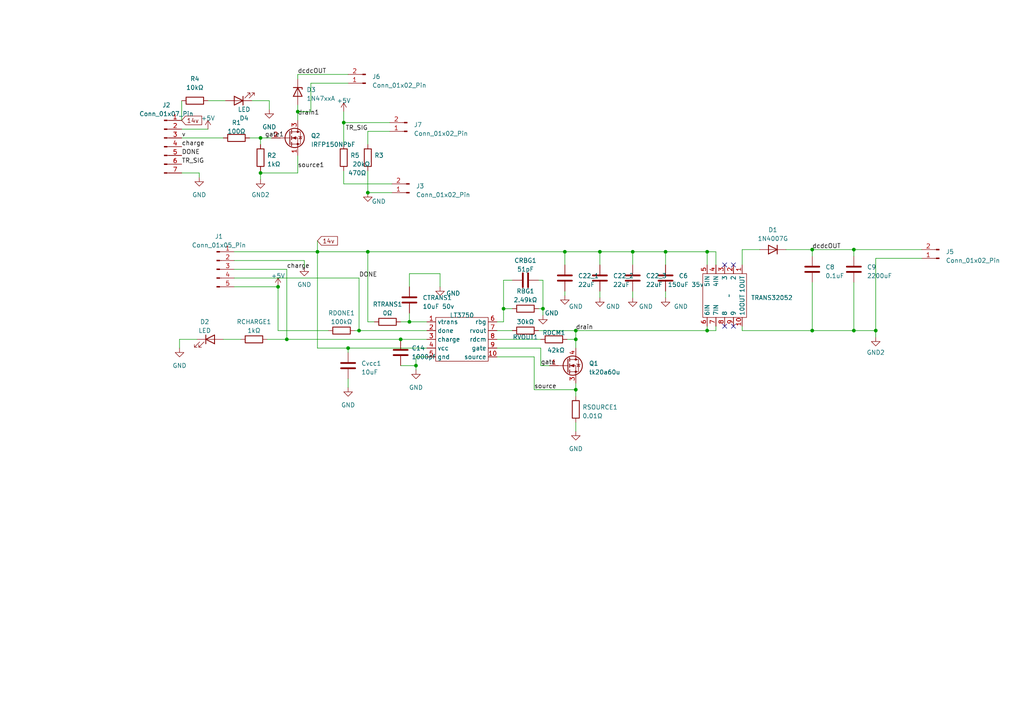
<source format=kicad_sch>
(kicad_sch (version 20230121) (generator eeschema)
  (paper "A4")
  (lib_symbols
    (symbol "2N7000_1" (pin_names hide)
      (property "Reference" "Q1" (at 6.35 0.635 0))
      (property "Value" "tk20a60u" (at 6.35 -1.905 0))
      (symbol "2N7000_1_0_1"
        (polyline (pts (xy 0.254 0) (xy -2.54 0)))
        (polyline (pts (xy 0.254 1.905) (xy 0.254 -1.905)) (stroke (width 0.254)))
        (polyline (pts (xy 0.762 -1.27) (xy 0.762 -2.286)) (stroke (width 0.254)))
        (polyline (pts (xy 0.762 0.508) (xy 0.762 -0.508)) (stroke (width 0.254)))
        (polyline (pts (xy 0.762 2.286) (xy 0.762 1.27)) (stroke (width 0.254)))
        (polyline (pts (xy 2.54 2.54) (xy 2.54 1.778)))
        (polyline (pts (xy 2.54 -2.54) (xy 2.54 0) (xy 0.762 0)))
        (polyline (pts (xy 0.762 -1.778) (xy 3.302 -1.778) (xy 3.302 1.778) (xy 0.762 1.778)))
        (polyline (pts (xy 1.016 0) (xy 2.032 0.381) (xy 2.032 -0.381) (xy 1.016 0)) (fill (type outline)))
        (polyline (pts (xy 2.794 0.508) (xy 2.921 0.381) (xy 3.683 0.381) (xy 3.81 0.254)))
        (polyline (pts (xy 3.302 0.381) (xy 2.921 -0.254) (xy 3.683 -0.254) (xy 3.302 0.381)))
        (circle (center 1.651 0) (radius 2.794) (stroke (width 0.254)))
        (circle (center 2.54 -1.778) (radius 0.254) (fill (type outline)))
        (circle (center 2.54 1.778) (radius 0.254) (fill (type outline)))
      )
      (symbol "2N7000_1_1_1"
        (pin input line (at -5.08 0 0) (length 2.54) (name "G") (number "1"))
        (pin passive line (at 2.54 -5.08 90) (length 2.54) (name "S") (number "3"))
        (pin passive line (at 2.54 5.08 270) (length 2.54) (name "D") (number "4"))
      )
    )
    (symbol "Connector:Conn_01x02_Pin" (pin_names (offset 1.016) hide)
      (property "Reference" "J" (at 0 2.54 0))
      (property "Value" "Conn_01x02_Pin" (at 0 -5.08 0))
      (symbol "Conn_01x02_Pin_1_1"
        (polyline (pts (xy 1.27 -2.54) (xy 0.8636 -2.54)) (stroke (width 0.1524)))
        (polyline (pts (xy 1.27 0) (xy 0.8636 0)) (stroke (width 0.1524)))
        (rectangle (start 0.8636 -2.413) (end 0 -2.667) (stroke (width 0.1524)) (fill (type outline)))
        (rectangle (start 0.8636 0.127) (end 0 -0.127) (stroke (width 0.1524)) (fill (type outline)))
        (pin passive line (at 5.08 0 180) (length 3.81) (name "Pin_1") (number "1"))
        (pin passive line (at 5.08 -2.54 180) (length 3.81) (name "Pin_2") (number "2"))
      )
    )
    (symbol "Connector:Conn_01x05_Pin" (pin_names (offset 1.016) hide)
      (property "Reference" "J" (at 0 7.62 0))
      (property "Value" "Conn_01x05_Pin" (at 0 -7.62 0))
      (symbol "Conn_01x05_Pin_1_1"
        (polyline (pts (xy 1.27 -5.08) (xy 0.8636 -5.08)) (stroke (width 0.1524)))
        (polyline (pts (xy 1.27 -2.54) (xy 0.8636 -2.54)) (stroke (width 0.1524)))
        (polyline (pts (xy 1.27 0) (xy 0.8636 0)) (stroke (width 0.1524)))
        (polyline (pts (xy 1.27 2.54) (xy 0.8636 2.54)) (stroke (width 0.1524)))
        (polyline (pts (xy 1.27 5.08) (xy 0.8636 5.08)) (stroke (width 0.1524)))
        (rectangle (start 0.8636 -4.953) (end 0 -5.207) (stroke (width 0.1524)) (fill (type outline)))
        (rectangle (start 0.8636 -2.413) (end 0 -2.667) (stroke (width 0.1524)) (fill (type outline)))
        (rectangle (start 0.8636 0.127) (end 0 -0.127) (stroke (width 0.1524)) (fill (type outline)))
        (rectangle (start 0.8636 2.667) (end 0 2.413) (stroke (width 0.1524)) (fill (type outline)))
        (rectangle (start 0.8636 5.207) (end 0 4.953) (stroke (width 0.1524)) (fill (type outline)))
        (pin passive line (at 5.08 5.08 180) (length 3.81) (name "Pin_1") (number "1"))
        (pin passive line (at 5.08 2.54 180) (length 3.81) (name "Pin_2") (number "2"))
        (pin passive line (at 5.08 0 180) (length 3.81) (name "Pin_3") (number "3"))
        (pin passive line (at 5.08 -2.54 180) (length 3.81) (name "Pin_4") (number "4"))
        (pin passive line (at 5.08 -5.08 180) (length 3.81) (name "Pin_5") (number "5"))
      )
    )
    (symbol "Connector:Conn_01x07_Pin" (pin_names (offset 1.016) hide)
      (property "Reference" "J" (at 0 10.16 0))
      (property "Value" "Conn_01x07_Pin" (at 0 -10.16 0))
      (symbol "Conn_01x07_Pin_1_1"
        (polyline (pts (xy 1.27 -7.62) (xy 0.8636 -7.62)) (stroke (width 0.1524)))
        (polyline (pts (xy 1.27 -5.08) (xy 0.8636 -5.08)) (stroke (width 0.1524)))
        (polyline (pts (xy 1.27 -2.54) (xy 0.8636 -2.54)) (stroke (width 0.1524)))
        (polyline (pts (xy 1.27 0) (xy 0.8636 0)) (stroke (width 0.1524)))
        (polyline (pts (xy 1.27 2.54) (xy 0.8636 2.54)) (stroke (width 0.1524)))
        (polyline (pts (xy 1.27 5.08) (xy 0.8636 5.08)) (stroke (width 0.1524)))
        (polyline (pts (xy 1.27 7.62) (xy 0.8636 7.62)) (stroke (width 0.1524)))
        (rectangle (start 0.8636 -7.493) (end 0 -7.747) (stroke (width 0.1524)) (fill (type outline)))
        (rectangle (start 0.8636 -4.953) (end 0 -5.207) (stroke (width 0.1524)) (fill (type outline)))
        (rectangle (start 0.8636 -2.413) (end 0 -2.667) (stroke (width 0.1524)) (fill (type outline)))
        (rectangle (start 0.8636 0.127) (end 0 -0.127) (stroke (width 0.1524)) (fill (type outline)))
        (rectangle (start 0.8636 2.667) (end 0 2.413) (stroke (width 0.1524)) (fill (type outline)))
        (rectangle (start 0.8636 5.207) (end 0 4.953) (stroke (width 0.1524)) (fill (type outline)))
        (rectangle (start 0.8636 7.747) (end 0 7.493) (stroke (width 0.1524)) (fill (type outline)))
        (pin passive line (at 5.08 7.62 180) (length 3.81) (name "Pin_1") (number "1"))
        (pin passive line (at 5.08 5.08 180) (length 3.81) (name "Pin_2") (number "2"))
        (pin passive line (at 5.08 2.54 180) (length 3.81) (name "Pin_3") (number "3"))
        (pin passive line (at 5.08 0 180) (length 3.81) (name "Pin_4") (number "4"))
        (pin passive line (at 5.08 -2.54 180) (length 3.81) (name "Pin_5") (number "5"))
        (pin passive line (at 5.08 -5.08 180) (length 3.81) (name "Pin_6") (number "6"))
        (pin passive line (at 5.08 -7.62 180) (length 3.81) (name "Pin_7") (number "7"))
      )
    )
    (symbol "DCDC:32052"
      (property "Reference" "U" (at 0 0 0))
      (symbol "32052_0_1"
        (rectangle (start -6.35 7.62) (end 6.35 -5.08))
      )
      (symbol "32052_1_1"
        (pin input line (at 8.89 -3.81 180) (length 2.54) (name "1OUT") (number "1"))
        (pin input line (at -8.89 -3.81 0) (length 2.54) (name "10OUT") (number "10"))
        (pin input line (at 8.89 -1.27 180) (length 2.54) (name "2") (number "2"))
        (pin input line (at 8.89 1.27 180) (length 2.54) (name "3") (number "3"))
        (pin input line (at 8.89 3.81 180) (length 2.54) (name "4IN") (number "4"))
        (pin input line (at 8.89 6.35 180) (length 2.54) (name "5IN") (number "5"))
        (pin input line (at -8.89 6.35 0) (length 2.54) (name "6IN") (number "6"))
        (pin input line (at -8.89 3.81 0) (length 2.54) (name "7IN") (number "7"))
        (pin input line (at -8.89 1.27 0) (length 2.54) (name "8") (number "8"))
        (pin input line (at -8.89 -1.27 0) (length 2.54) (name "9") (number "9"))
      )
    )
    (symbol "Device:C" (pin_numbers hide) (pin_names (offset 0.254))
      (property "Reference" "C" (at 0.635 2.54 0))
      (property "Value" "C" (at 0.635 -2.54 0))
      (symbol "C_0_1"
        (polyline (pts (xy -2.032 -0.762) (xy 2.032 -0.762)) (stroke (width 0.508)))
        (polyline (pts (xy -2.032 0.762) (xy 2.032 0.762)) (stroke (width 0.508)))
      )
      (symbol "C_1_1"
        (pin passive line (at 0 3.81 270) (length 2.794) (name "~") (number "1"))
        (pin passive line (at 0 -3.81 90) (length 2.794) (name "~") (number "2"))
      )
    )
    (symbol "Device:LED" (pin_numbers hide) (pin_names (offset 1.016) hide)
      (property "Reference" "D" (at 0 2.54 0))
      (property "Value" "LED" (at 0 -2.54 0))
      (symbol "LED_0_1"
        (polyline (pts (xy -1.27 -1.27) (xy -1.27 1.27)) (stroke (width 0.254)))
        (polyline (pts (xy -1.27 0) (xy 1.27 0)))
        (polyline (pts (xy 1.27 -1.27) (xy 1.27 1.27) (xy -1.27 0) (xy 1.27 -1.27)) (stroke (width 0.254)))
        (polyline (pts (xy -3.048 -0.762) (xy -4.572 -2.286) (xy -3.81 -2.286) (xy -4.572 -2.286) (xy -4.572 -1.524)))
        (polyline (pts (xy -1.778 -0.762) (xy -3.302 -2.286) (xy -2.54 -2.286) (xy -3.302 -2.286) (xy -3.302 -1.524)))
      )
      (symbol "LED_1_1"
        (pin passive line (at -3.81 0 0) (length 2.54) (name "K") (number "1"))
        (pin passive line (at 3.81 0 180) (length 2.54) (name "A") (number "2"))
      )
    )
    (symbol "Device:R" (pin_numbers hide) (pin_names (offset 0))
      (property "Reference" "R" (at 2.032 0 90))
      (property "Value" "R" (at 0 0 90))
      (symbol "R_0_1"
        (rectangle (start -1.016 -2.54) (end 1.016 2.54) (stroke (width 0.254)))
      )
      (symbol "R_1_1"
        (pin passive line (at 0 3.81 270) (length 1.27) (name "~") (number "1"))
        (pin passive line (at 0 -3.81 90) (length 1.27) (name "~") (number "2"))
      )
    )
    (symbol "Diode:1N47xxA" (pin_numbers hide) (pin_names hide)
      (property "Reference" "D" (at 0 2.54 0))
      (property "Value" "1N47xxA" (at 0 -2.54 0))
      (symbol "1N47xxA_0_1"
        (polyline (pts (xy 1.27 0) (xy -1.27 0)))
        (polyline (pts (xy -1.27 -1.27) (xy -1.27 1.27) (xy -0.762 1.27)) (stroke (width 0.254)))
        (polyline (pts (xy 1.27 -1.27) (xy 1.27 1.27) (xy -1.27 0) (xy 1.27 -1.27)) (stroke (width 0.254)))
      )
      (symbol "1N47xxA_1_1"
        (pin passive line (at -3.81 0 0) (length 2.54) (name "K") (number "1"))
        (pin passive line (at 3.81 0 180) (length 2.54) (name "A") (number "2"))
      )
    )
    (symbol "Diode:1N914" (pin_numbers hide) (pin_names hide)
      (property "Reference" "D" (at 0 2.54 0))
      (property "Value" "1N914" (at 0 -2.54 0))
      (symbol "1N914_0_1"
        (polyline (pts (xy -1.27 1.27) (xy -1.27 -1.27)) (stroke (width 0.254)))
        (polyline (pts (xy 1.27 0) (xy -1.27 0)))
        (polyline (pts (xy 1.27 1.27) (xy 1.27 -1.27) (xy -1.27 0) (xy 1.27 1.27)) (stroke (width 0.254)))
      )
      (symbol "1N914_1_1"
        (pin passive line (at -3.81 0 0) (length 2.54) (name "K") (number "1"))
        (pin passive line (at 3.81 0 180) (length 2.54) (name "A") (number "2"))
      )
    )
    (symbol "LT3750:LT3750"
      (property "Reference" "LT3750" (at 0 3.175 0))
      (symbol "LT3750_0_1"
        (rectangle (start -7.62 2.54) (end 7.62 -10.16))
      )
      (symbol "LT3750_1_1"
        (pin input line (at -10.16 1.27 0) (length 2.54) (name "vtrans") (number "1"))
        (pin input line (at 10.16 -8.89 180) (length 2.54) (name "source") (number "10"))
        (pin input line (at -10.16 -1.27 0) (length 2.54) (name "done") (number "2"))
        (pin input line (at -10.16 -3.81 0) (length 2.54) (name "charge") (number "3"))
        (pin input line (at -10.16 -6.35 0) (length 2.54) (name "vcc") (number "4"))
        (pin input line (at -10.16 -8.89 0) (length 2.54) (name "gnd") (number "5"))
        (pin input line (at 10.16 1.27 180) (length 2.54) (name "rbg") (number "6"))
        (pin input line (at 10.16 -1.27 180) (length 2.54) (name "rvout") (number "7"))
        (pin input line (at 10.16 -3.81 180) (length 2.54) (name "rdcm") (number "8"))
        (pin input line (at 10.16 -6.35 180) (length 2.54) (name "gate") (number "9"))
      )
    )
    (symbol "Transistor_FET:2N7000" (pin_names hide)
      (property "Reference" "Q" (at 5.08 1.905 0))
      (property "Value" "2N7000" (at 5.08 0 0))
      (symbol "2N7000_0_1"
        (polyline (pts (xy 0.254 0) (xy -2.54 0)))
        (polyline (pts (xy 0.254 1.905) (xy 0.254 -1.905)) (stroke (width 0.254)))
        (polyline (pts (xy 0.762 -1.27) (xy 0.762 -2.286)) (stroke (width 0.254)))
        (polyline (pts (xy 0.762 0.508) (xy 0.762 -0.508)) (stroke (width 0.254)))
        (polyline (pts (xy 0.762 2.286) (xy 0.762 1.27)) (stroke (width 0.254)))
        (polyline (pts (xy 2.54 2.54) (xy 2.54 1.778)))
        (polyline (pts (xy 2.54 -2.54) (xy 2.54 0) (xy 0.762 0)))
        (polyline (pts (xy 0.762 -1.778) (xy 3.302 -1.778) (xy 3.302 1.778) (xy 0.762 1.778)))
        (polyline (pts (xy 1.016 0) (xy 2.032 0.381) (xy 2.032 -0.381) (xy 1.016 0)) (fill (type outline)))
        (polyline (pts (xy 2.794 0.508) (xy 2.921 0.381) (xy 3.683 0.381) (xy 3.81 0.254)))
        (polyline (pts (xy 3.302 0.381) (xy 2.921 -0.254) (xy 3.683 -0.254) (xy 3.302 0.381)))
        (circle (center 1.651 0) (radius 2.794) (stroke (width 0.254)))
        (circle (center 2.54 -1.778) (radius 0.254) (fill (type outline)))
        (circle (center 2.54 1.778) (radius 0.254) (fill (type outline)))
      )
      (symbol "2N7000_1_1"
        (pin passive line (at 2.54 -5.08 90) (length 2.54) (name "S") (number "1"))
        (pin input line (at -5.08 0 0) (length 2.54) (name "G") (number "2"))
        (pin passive line (at 2.54 5.08 270) (length 2.54) (name "D") (number "3"))
      )
    )
    (symbol "power:+5V" (power) (pin_names (offset 0))
      (property "Value" "+5V" (at 0 3.556 0))
      (symbol "+5V_0_1"
        (polyline (pts (xy -0.762 1.27) (xy 0 2.54)))
        (polyline (pts (xy 0 0) (xy 0 2.54)))
        (polyline (pts (xy 0 2.54) (xy 0.762 1.27)))
      )
      (symbol "+5V_1_1"
        (pin power_in line (at 0 0 90) (length 0) hide (name "+5V") (number "1"))
      )
    )
    (symbol "power:GND" (power) (pin_names (offset 0))
      (property "Value" "GND" (at 0 -3.81 0))
      (symbol "GND_0_1"
        (polyline (pts (xy 0 0) (xy 0 -1.27) (xy 1.27 -1.27) (xy 0 -2.54) (xy -1.27 -1.27) (xy 0 -1.27)))
      )
      (symbol "GND_1_1"
        (pin power_in line (at 0 0 270) (length 0) hide (name "GND") (number "1"))
      )
    )
    (symbol "power:GND2" (power) (pin_names (offset 0))
      (property "Value" "GND2" (at 0 -3.81 0))
      (symbol "GND2_0_1"
        (polyline (pts (xy 0 0) (xy 0 -1.27) (xy 1.27 -1.27) (xy 0 -2.54) (xy -1.27 -1.27) (xy 0 -1.27)))
      )
      (symbol "GND2_1_1"
        (pin power_in line (at 0 0 270) (length 0) hide (name "GND2") (number "1"))
      )
    )
  )
  (junction (at 205.105 95.885))
  (junction (at 163.83 73.025))
  (junction (at 104.14 95.885))
  (junction (at 247.65 95.885))
  (junction (at 247.65 72.39))
  (junction (at 183.515 73.025))
  (junction (at 235.585 72.39))
  (junction (at 106.68 55.88))
  (junction (at 92.075 73.025))
  (junction (at 205.105 73.025))
  (junction (at 106.68 73.025))
  (junction (at 235.585 95.885))
  (junction (at 167.005 98.425))
  (junction (at 120.65 106.045))
  (junction (at 193.04 73.025))
  (junction (at 75.565 40.005))
  (junction (at 116.205 98.425))
  (junction (at 146.05 89.535))
  (junction (at 157.48 89.535))
  (junction (at 83.185 98.425))
  (junction (at 173.99 73.025))
  (junction (at 86.36 32.385))
  (junction (at 118.745 93.345))
  (junction (at 167.005 95.885))
  (junction (at 99.695 35.56))
  (junction (at 100.965 100.965))
  (junction (at 80.645 83.185))
  (junction (at 75.565 50.165))
  (junction (at 254 95.885))
  (junction (at 167.005 113.03))
  (no_connect (at 210.185 94.615))
  (no_connect (at 212.725 94.615))
  (no_connect (at 210.185 76.835))
  (no_connect (at 212.725 76.835))
  (wire (pts (xy 127.635 79.375) (xy 127.635 83.185)))
  (wire (pts (xy 57.785 50.165) (xy 57.785 51.435)))
  (wire (pts (xy 99.695 49.53) (xy 99.695 53.34)))
  (wire (pts (xy 183.515 84.455) (xy 183.515 86.36)))
  (wire (pts (xy 65.405 29.21) (xy 60.325 29.21)))
  (wire (pts (xy 106.68 93.345) (xy 106.68 73.025)))
  (wire (pts (xy 207.645 95.885) (xy 207.645 94.615)))
  (wire (pts (xy 72.39 40.005) (xy 75.565 40.005)))
  (wire (pts (xy 75.565 49.53) (xy 75.565 50.165)))
  (wire (pts (xy 167.005 98.425) (xy 167.005 100.965)))
  (wire (pts (xy 183.515 73.025) (xy 193.04 73.025)))
  (wire (pts (xy 104.14 95.885) (xy 104.14 80.645)))
  (wire (pts (xy 86.36 30.48) (xy 86.36 32.385)))
  (wire (pts (xy 154.94 113.03) (xy 167.005 113.03)))
  (wire (pts (xy 80.645 83.185) (xy 67.945 83.185)))
  (wire (pts (xy 80.645 95.885) (xy 80.645 83.185)))
  (wire (pts (xy 95.25 95.885) (xy 80.645 95.885)))
  (wire (pts (xy 254 95.885) (xy 254 97.79)))
  (wire (pts (xy 235.585 72.39) (xy 235.585 74.295)))
  (wire (pts (xy 167.005 98.425) (xy 167.005 95.885)))
  (wire (pts (xy 99.695 35.56) (xy 113.03 35.56)))
  (wire (pts (xy 235.585 72.39) (xy 247.65 72.39)))
  (wire (pts (xy 205.105 73.025) (xy 207.645 73.025)))
  (wire (pts (xy 86.36 32.385) (xy 86.36 34.925)))
  (wire (pts (xy 106.68 55.88) (xy 113.665 55.88)))
  (wire (pts (xy 100.965 100.965) (xy 123.825 100.965)))
  (wire (pts (xy 157.48 89.535) (xy 157.48 91.44)))
  (wire (pts (xy 156.21 89.535) (xy 157.48 89.535)))
  (wire (pts (xy 116.205 93.345) (xy 118.745 93.345)))
  (wire (pts (xy 67.945 78.105) (xy 83.185 78.105)))
  (wire (pts (xy 52.705 50.165) (xy 57.785 50.165)))
  (wire (pts (xy 99.695 35.56) (xy 99.695 41.91)))
  (wire (pts (xy 83.185 98.425) (xy 116.205 98.425)))
  (wire (pts (xy 144.145 95.885) (xy 148.59 95.885)))
  (wire (pts (xy 86.36 50.165) (xy 75.565 50.165)))
  (wire (pts (xy 102.87 95.885) (xy 104.14 95.885)))
  (wire (pts (xy 100.965 24.13) (xy 90.17 24.13)))
  (wire (pts (xy 205.105 95.885) (xy 205.105 94.615)))
  (wire (pts (xy 157.48 89.535) (xy 157.48 81.28)))
  (wire (pts (xy 173.99 73.025) (xy 183.515 73.025)))
  (wire (pts (xy 173.99 73.025) (xy 173.99 76.835)))
  (wire (pts (xy 167.005 95.885) (xy 205.105 95.885)))
  (wire (pts (xy 116.205 106.045) (xy 120.65 106.045)))
  (wire (pts (xy 146.05 89.535) (xy 148.59 89.535)))
  (wire (pts (xy 106.68 38.1) (xy 106.68 41.91)))
  (wire (pts (xy 92.075 73.025) (xy 106.68 73.025)))
  (wire (pts (xy 77.47 98.425) (xy 83.185 98.425)))
  (wire (pts (xy 86.36 45.085) (xy 86.36 50.165)))
  (wire (pts (xy 146.05 93.345) (xy 146.05 89.535)))
  (wire (pts (xy 113.03 38.1) (xy 106.68 38.1)))
  (wire (pts (xy 247.65 72.39) (xy 267.335 72.39)))
  (wire (pts (xy 86.36 22.86) (xy 86.36 21.59)))
  (wire (pts (xy 164.465 98.425) (xy 167.005 98.425)))
  (wire (pts (xy 100.965 100.965) (xy 100.965 102.235)))
  (wire (pts (xy 254 95.885) (xy 247.65 95.885)))
  (wire (pts (xy 67.945 75.565) (xy 88.265 75.565)))
  (wire (pts (xy 215.265 72.39) (xy 220.345 72.39)))
  (wire (pts (xy 254 74.93) (xy 267.335 74.93)))
  (wire (pts (xy 157.48 81.28) (xy 156.21 81.28)))
  (wire (pts (xy 215.265 76.835) (xy 215.265 72.39)))
  (wire (pts (xy 92.075 100.965) (xy 100.965 100.965)))
  (wire (pts (xy 146.05 81.28) (xy 148.59 81.28)))
  (wire (pts (xy 163.83 73.025) (xy 163.83 76.835)))
  (wire (pts (xy 52.07 100.965) (xy 52.07 98.425)))
  (wire (pts (xy 90.17 32.385) (xy 86.36 32.385)))
  (wire (pts (xy 235.585 81.915) (xy 235.585 95.885)))
  (wire (pts (xy 173.99 84.455) (xy 173.99 86.36)))
  (wire (pts (xy 99.695 53.34) (xy 113.665 53.34)))
  (wire (pts (xy 90.17 24.13) (xy 90.17 32.385)))
  (wire (pts (xy 104.14 95.885) (xy 123.825 95.885)))
  (wire (pts (xy 207.645 73.025) (xy 207.645 76.835)))
  (wire (pts (xy 106.68 49.53) (xy 106.68 55.88)))
  (wire (pts (xy 92.075 69.85) (xy 92.075 73.025)))
  (wire (pts (xy 235.585 95.885) (xy 247.65 95.885)))
  (wire (pts (xy 120.65 107.315) (xy 120.65 106.045)))
  (wire (pts (xy 120.65 106.045) (xy 120.65 103.505)))
  (wire (pts (xy 205.105 95.885) (xy 207.645 95.885)))
  (wire (pts (xy 92.075 100.965) (xy 92.075 73.025)))
  (wire (pts (xy 67.945 73.025) (xy 92.075 73.025)))
  (wire (pts (xy 75.565 50.165) (xy 75.565 52.07)))
  (wire (pts (xy 86.36 21.59) (xy 100.965 21.59)))
  (wire (pts (xy 144.145 93.345) (xy 146.05 93.345)))
  (wire (pts (xy 154.94 103.505) (xy 154.94 113.03)))
  (wire (pts (xy 156.21 95.885) (xy 167.005 95.885)))
  (wire (pts (xy 193.04 73.025) (xy 205.105 73.025)))
  (wire (pts (xy 118.745 93.345) (xy 123.825 93.345)))
  (wire (pts (xy 52.705 29.21) (xy 52.705 34.925)))
  (wire (pts (xy 146.05 89.535) (xy 146.05 81.28)))
  (wire (pts (xy 116.205 98.425) (xy 123.825 98.425)))
  (wire (pts (xy 156.845 106.045) (xy 159.385 106.045)))
  (wire (pts (xy 104.14 80.645) (xy 67.945 80.645)))
  (wire (pts (xy 163.83 73.025) (xy 173.99 73.025)))
  (wire (pts (xy 118.745 79.375) (xy 127.635 79.375)))
  (wire (pts (xy 88.265 75.565) (xy 88.265 77.47)))
  (wire (pts (xy 52.705 37.465) (xy 60.325 37.465)))
  (wire (pts (xy 108.585 93.345) (xy 106.68 93.345)))
  (wire (pts (xy 193.04 84.455) (xy 193.04 86.36)))
  (wire (pts (xy 75.565 40.005) (xy 78.74 40.005)))
  (wire (pts (xy 78.105 31.75) (xy 78.105 29.21)))
  (wire (pts (xy 144.145 98.425) (xy 156.845 98.425)))
  (wire (pts (xy 254 74.93) (xy 254 95.885)))
  (wire (pts (xy 167.005 113.03) (xy 167.005 114.935)))
  (wire (pts (xy 144.145 100.965) (xy 156.845 100.965)))
  (wire (pts (xy 215.265 95.885) (xy 235.585 95.885)))
  (wire (pts (xy 163.83 84.455) (xy 163.83 85.725)))
  (wire (pts (xy 118.745 83.185) (xy 118.745 79.375)))
  (wire (pts (xy 205.105 73.025) (xy 205.105 76.835)))
  (wire (pts (xy 227.965 72.39) (xy 235.585 72.39)))
  (wire (pts (xy 106.68 73.025) (xy 163.83 73.025)))
  (wire (pts (xy 183.515 73.025) (xy 183.515 76.835)))
  (wire (pts (xy 118.745 90.805) (xy 118.745 93.345)))
  (wire (pts (xy 120.65 103.505) (xy 123.825 103.505)))
  (wire (pts (xy 52.07 98.425) (xy 57.15 98.425)))
  (wire (pts (xy 100.965 109.855) (xy 100.965 112.395)))
  (wire (pts (xy 64.77 98.425) (xy 69.85 98.425)))
  (wire (pts (xy 247.65 72.39) (xy 247.65 74.295)))
  (wire (pts (xy 215.265 94.615) (xy 215.265 95.885)))
  (wire (pts (xy 75.565 40.005) (xy 75.565 41.91)))
  (wire (pts (xy 167.005 122.555) (xy 167.005 125.095)))
  (wire (pts (xy 83.185 78.105) (xy 83.185 98.425)))
  (wire (pts (xy 144.145 103.505) (xy 154.94 103.505)))
  (wire (pts (xy 156.845 100.965) (xy 156.845 106.045)))
  (wire (pts (xy 99.695 35.56) (xy 99.695 32.385)))
  (wire (pts (xy 52.705 40.005) (xy 64.77 40.005)))
  (wire (pts (xy 167.005 111.125) (xy 167.005 113.03)))
  (wire (pts (xy 193.04 73.025) (xy 193.04 76.835)))
  (wire (pts (xy 247.65 81.915) (xy 247.65 95.885)))
  (wire (pts (xy 78.105 29.21) (xy 73.025 29.21)))
  (label "TR_SIG" (at 52.705 47.625 0))
  (label "charge" (at 83.185 78.105 0))
  (label "dcdcOUT" (at 235.585 72.39 0))
  (label "DONE" (at 52.705 45.085 0))
  (label "source1" (at 86.36 48.895 0))
  (label "v" (at 52.705 40.005 0))
  (label "source" (at 154.94 113.03 0))
  (label "drain1" (at 86.36 33.655 0))
  (label "gate1" (at 76.835 40.005 0))
  (label "dcdcOUT" (at 86.36 21.59 0))
  (label "TR_SIG" (at 106.68 38.1 180))
  (label "charge" (at 52.705 42.545 0))
  (label "DONE" (at 104.14 80.645 0))
  (label "drain" (at 167.005 95.885 0))
  (label "gate" (at 156.845 106.045 0))
  (global_label "14v" (shape input) (at 52.705 34.925 0) (property "Intersheetrefs" "${INTERSHEET_REFS}" (effects hide)))
  (global_label "14v" (shape input) (at 92.075 69.85 0) (property "Intersheetrefs" "${INTERSHEET_REFS}" (effects hide)))
  (symbol (lib_id "Diode:1N914") (at 224.155 72.39 180) (unit 1)
    (property "Reference" "D1" (at 224.155 66.675 0))
    (property "Value" "1N4007G" (at 224.155 69.215 0))
    (property "Footprint" "Package_TO_SOT_SMD:TO-252-2" (effects hide))
    (property "Datasheet" "http://www.vishay.com/docs/85622/1n914.pdf" (effects hide))
    (property "Sim.Device" "D" (effects hide))
    (property "Sim.Pins" "1=K 2=A" (effects hide))
  )
  (symbol (lib_id "power:+5V") (at 80.645 83.185 0) (unit 1)
    (property "Reference" "#PWR017" (effects hide))
    (property "Value" "+5V" (at 80.645 80.01 0))
  )
  (symbol (lib_id "power:+5V") (at 99.695 32.385 0) (unit 1)
    (property "Reference" "#PWR016" (effects hide))
    (property "Value" "+5V" (at 99.695 29.21 0))
  )
  (symbol (lib_id "Connector:Conn_01x02_Pin") (at 118.745 55.88 180) (unit 1)
    (property "Reference" "J3" (at 120.65 53.975 0) (effects (justify right)))
    (property "Value" "Conn_01x02_Pin" (at 120.65 56.515 0) (effects (justify right)))
    (property "Footprint" "Connector_JST:JST_XH_S2B-XH-A-1_1x02_P2.50mm_Horizontal" (effects hide))
  )
  (symbol (lib_id "Device:R") (at 56.515 29.21 90) (unit 1)
    (property "Reference" "R4" (at 56.515 22.86 90))
    (property "Value" "10kΩ" (at 56.515 25.4 90))
    (property "Footprint" "digikey-footprints:0603" (effects hide))
  )
  (symbol (lib_id "power:GND") (at 120.65 107.315 0) (unit 1)
    (property "Reference" "#PWR09" (effects hide))
    (property "Value" "GND" (at 120.65 112.395 0))
  )
  (symbol (lib_id "power:GND") (at 193.04 86.36 0) (unit 1)
    (property "Reference" "#PWR04" (effects hide))
    (property "Value" "GND" (at 197.485 88.9 0))
  )
  (symbol (lib_id "power:GND") (at 183.515 86.36 0) (unit 1)
    (property "Reference" "#PWR03" (effects hide))
    (property "Value" "GND" (at 187.325 88.9 0))
  )
  (symbol (lib_id "Connector:Conn_01x07_Pin") (at 47.625 42.545 0) (unit 1)
    (property "Reference" "J2" (at 48.26 30.48 0))
    (property "Value" "Conn_01x07_Pin" (at 48.26 33.02 0))
  )
  (symbol (lib_id "Device:LED") (at 69.215 29.21 180) (unit 1)
    (property "Reference" "D4" (at 70.8025 34.29 0))
    (property "Value" "LED" (at 70.8025 31.75 0))
    (property "Footprint" "digikey-footprints:LED_0603" (effects hide))
  )
  (symbol (lib_id "Device:R") (at 152.4 89.535 90) (unit 1)
    (property "Reference" "RBG1" (at 152.4 84.455 90))
    (property "Value" "2.49kΩ" (at 152.4 86.995 90))
    (property "Footprint" "Resistor_SMD:R_0201_0603Metric" (effects hide))
  )
  (symbol (lib_id "power:GND") (at 57.785 51.435 0) (unit 1)
    (property "Reference" "#PWR015" (effects hide))
    (property "Value" "GND" (at 57.785 56.515 0))
  )
  (symbol (lib_id "power:GND") (at 78.105 31.75 0) (unit 1)
    (property "Reference" "#PWR018" (effects hide))
    (property "Value" "GND" (at 78.105 36.83 0))
  )
  (symbol (lib_id "Device:R") (at 99.06 95.885 90) (unit 1)
    (property "Reference" "RDONE1" (at 99.06 90.805 90))
    (property "Value" "100kΩ" (at 99.06 93.345 90))
    (property "Footprint" "Resistor_SMD:R_0603_1608Metric" (effects hide))
  )
  (symbol (lib_id "Device:C") (at 152.4 81.28 90) (unit 1)
    (property "Reference" "CRBG1" (at 152.4 75.565 90))
    (property "Value" "51pF" (at 152.4 78.105 90))
    (property "Footprint" "Inductor_SMD:L_0603_1608Metric" (effects hide))
  )
  (symbol (lib_id "Device:C") (at 183.515 80.645 0) (unit 1)
    (property "Reference" "C22_3" (at 187.325 80.01 0) (effects (justify left)))
    (property "Value" "22uF" (at 187.325 82.55 0) (effects (justify left)))
    (property "Footprint" "Inductor_SMD:L_0805_2012Metric" (effects hide))
  )
  (symbol (lib_id "Device:R") (at 75.565 45.72 180) (unit 1)
    (property "Reference" "R2" (at 77.47 45.085 0) (effects (justify right)))
    (property "Value" "1kΩ" (at 77.47 47.625 0) (effects (justify right)))
    (property "Footprint" "digikey-footprints:0603" (effects hide))
  )
  (symbol (lib_id "Device:LED") (at 60.96 98.425 0) (unit 1)
    (property "Reference" "D2" (at 59.3725 93.345 0))
    (property "Value" "LED" (at 59.3725 95.885 0))
    (property "Footprint" "digikey-footprints:LED_0603" (effects hide))
  )
  (symbol (lib_id "Connector:Conn_01x05_Pin") (at 62.865 78.105 0) (unit 1)
    (property "Reference" "J1" (at 63.5 68.58 0))
    (property "Value" "Conn_01x05_Pin" (at 63.5 71.12 0))
  )
  (symbol (lib_id "Device:C") (at 100.965 106.045 0) (unit 1)
    (property "Reference" "Cvcc1" (at 104.775 105.41 0) (effects (justify left)))
    (property "Value" "10uF" (at 104.775 107.95 0) (effects (justify left)))
    (property "Footprint" "Inductor_SMD:L_0805_2012Metric" (effects hide))
  )
  (symbol (lib_id "Device:C") (at 163.83 80.645 0) (unit 1)
    (property "Reference" "C22_1" (at 167.64 80.01 0) (effects (justify left)))
    (property "Value" "22uF" (at 167.64 82.55 0) (effects (justify left)))
    (property "Footprint" "Inductor_SMD:L_0805_2012Metric" (effects hide))
  )
  (symbol (lib_id "Device:C") (at 173.99 80.645 0) (unit 1)
    (property "Reference" "C22_2" (at 177.8 80.01 0) (effects (justify left)))
    (property "Value" "22uF" (at 177.8 82.55 0) (effects (justify left)))
    (property "Footprint" "Inductor_SMD:L_0805_2012Metric" (effects hide))
  )
  (symbol (lib_id "Device:C") (at 116.205 102.235 0) (unit 1)
    (property "Reference" "C14" (at 119.38 100.965 0) (effects (justify left)))
    (property "Value" "1000pf" (at 119.38 103.505 0) (effects (justify left)))
    (property "Footprint" "Inductor_SMD:L_0603_1608Metric" (effects hide))
  )
  (symbol (lib_id "DCDC:32052") (at 211.455 85.725 90) (unit 1)
    (property "Reference" "TRANS32052" (at 217.805 86.36 90) (effects (justify right)))
    (property "Value" "~" (at 211.455 85.725 0))
    (property "Footprint" "DCDC1_library:32052" (effects hide))
    (property "Datasheet" "https://www.we-online.com/components/products/datasheet/750032052.pdf" (effects hide))
  )
  (symbol (lib_id "power:GND2") (at 254 97.79 0) (unit 1)
    (property "Reference" "#PWR011" (effects hide))
    (property "Value" "GND2" (at 254 102.235 0))
  )
  (symbol (lib_id "Device:R") (at 167.005 118.745 180) (unit 1)
    (property "Reference" "RSOURCE1" (at 168.91 118.11 0) (effects (justify right)))
    (property "Value" "0.01Ω" (at 168.91 120.65 0) (effects (justify right)))
    (property "Footprint" "Resistor_SMD:R_2512_6332Metric" (effects hide))
  )
  (symbol (lib_id "Device:R") (at 112.395 93.345 90) (unit 1)
    (property "Reference" "RTRANS1" (at 112.395 88.265 90))
    (property "Value" "0Ω" (at 112.395 90.805 90))
    (property "Footprint" "Resistor_SMD:R_0603_1608Metric" (effects hide))
  )
  (symbol (lib_id "power:GND") (at 163.83 85.725 0) (unit 1)
    (property "Reference" "#PWR01" (effects hide))
    (property "Value" "GND" (at 167.005 88.9 0))
  )
  (symbol (lib_id "Device:C") (at 118.745 86.995 0) (unit 1)
    (property "Reference" "CTRANS1" (at 122.555 86.36 0) (effects (justify left)))
    (property "Value" "10uF 50v" (at 122.555 88.9 0) (effects (justify left)))
    (property "Footprint" "Inductor_SMD:L_0805_2012Metric" (effects hide))
  )
  (symbol (lib_id "Connector:Conn_01x02_Pin") (at 118.11 38.1 180) (unit 1)
    (property "Reference" "J7" (at 120.015 36.195 0) (effects (justify right)))
    (property "Value" "Conn_01x02_Pin" (at 120.015 38.735 0) (effects (justify right)))
    (property "Footprint" "Connector_JST:JST_XH_S2B-XH-A-1_1x02_P2.50mm_Horizontal" (effects hide))
  )
  (symbol (lib_id "power:GND2") (at 75.565 52.07 0) (unit 1)
    (property "Reference" "#PWR013" (effects hide))
    (property "Value" "GND2" (at 75.565 56.515 0))
  )
  (symbol (lib_id "power:+5V") (at 60.325 37.465 0) (unit 1)
    (property "Reference" "#PWR019" (effects hide))
    (property "Value" "+5V" (at 60.325 34.29 0))
  )
  (symbol (lib_id "Device:R") (at 99.695 45.72 0) (unit 1)
    (property "Reference" "R5" (at 101.6 45.085 0) (effects (justify left)))
    (property "Value" "470Ω" (at 100.965 50.165 0) (effects (justify left)))
    (property "Footprint" "Resistor_THT:R_Axial_DIN0204_L3.6mm_D1.6mm_P7.62mm_Horizontal" (effects hide))
  )
  (symbol (lib_id "Transistor_FET:2N7000") (at 83.82 40.005 0) (unit 1)
    (property "Reference" "Q2" (at 90.17 39.37 0) (effects (justify left)))
    (property "Value" "IRFP150NPbF" (at 90.17 41.91 0) (effects (justify left)))
    (property "Footprint" "digikey-footprints:IRFP150NPbF" (effects hide))
    (property "Datasheet" "https://www.vishay.com/docs/70226/70226.pdf" (effects hide))
  )
  (symbol (lib_id "power:GND") (at 52.07 100.965 0) (unit 1)
    (property "Reference" "#PWR012" (effects hide))
    (property "Value" "GND" (at 52.07 106.045 0))
  )
  (symbol (lib_id "power:GND") (at 157.48 91.44 0) (unit 1)
    (property "Reference" "#PWR05" (effects hide))
    (property "Value" "GND" (at 160.02 90.805 0))
  )
  (symbol (lib_name "2N7000_1") (lib_id "Transistor_FET:2N7000") (at 164.465 106.045 0) (unit 1)
    (property "Reference" "Q1" (at 170.815 105.41 0) (effects (justify left)))
    (property "Value" "tk20a60u" (at 170.815 107.95 0) (effects (justify left)))
    (property "Footprint" "DCDC1_library:tk20a60u" (effects hide))
    (property "Datasheet" "https://www.vishay.com/docs/70226/70226.pdf" (effects hide))
  )
  (symbol (lib_id "power:GND") (at 127.635 83.185 0) (unit 1)
    (property "Reference" "#PWR06" (effects hide))
    (property "Value" "GND" (at 131.445 85.09 0))
  )
  (symbol (lib_id "Diode:1N47xxA") (at 86.36 26.67 270) (unit 1)
    (property "Reference" "D3" (at 88.9 26.035 90) (effects (justify left)))
    (property "Value" "1N47xxA" (at 88.9 28.575 90) (effects (justify left)))
    (property "Footprint" "digikey-footprints:SOD-123" (effects hide))
    (property "Datasheet" "https://www.vishay.com/docs/85816/1n4728a.pdf" (effects hide))
  )
  (symbol (lib_id "power:GND") (at 106.68 55.88 0) (unit 1)
    (property "Reference" "#PWR014" (effects hide))
    (property "Value" "GND" (at 109.855 58.42 0))
  )
  (symbol (lib_id "Device:R") (at 106.68 45.72 0) (unit 1)
    (property "Reference" "R3" (at 108.585 45.085 0) (effects (justify left)))
    (property "Value" "20kΩ" (at 102.235 47.625 0) (effects (justify left)))
    (property "Footprint" "Resistor_THT:R_Axial_DIN0204_L3.6mm_D1.6mm_P7.62mm_Horizontal" (effects hide))
  )
  (symbol (lib_id "Device:R") (at 68.58 40.005 90) (unit 1)
    (property "Reference" "R1" (at 68.58 35.56 90))
    (property "Value" "100Ω" (at 68.58 38.1 90))
    (property "Footprint" "digikey-footprints:0603" (effects hide))
  )
  (symbol (lib_id "Device:C") (at 193.04 80.645 0) (unit 1)
    (property "Reference" "C6" (at 196.85 80.01 0) (effects (justify left)))
    (property "Value" "150uF 35v" (at 193.675 82.55 0) (effects (justify left)))
    (property "Footprint" "Capacitor_THT:CP_Radial_D8.0mm_P3.50mm" (effects hide))
  )
  (symbol (lib_id "LT3750:LT3750") (at 133.985 94.615 0) (unit 1)
    (property "Reference" "LT3750" (at 133.985 91.44 0))
    (property "Footprint" "digikey-footprints:MSOP-10_W3mm" (effects hide))
    (property "Datasheet" "https://www.analog.com/media/jp/technical-documentation/data-sheets/j3750fa.pdf" (effects hide))
  )
  (symbol (lib_id "power:GND") (at 167.005 125.095 0) (unit 1)
    (property "Reference" "#PWR010" (effects hide))
    (property "Value" "GND" (at 167.005 130.175 0))
  )
  (symbol (lib_id "Device:C") (at 247.65 78.105 180) (unit 1)
    (property "Reference" "C9" (at 251.46 77.47 0) (effects (justify right)))
    (property "Value" "2200uF" (at 251.46 80.01 0) (effects (justify right)))
    (property "Footprint" "Connector_AMASS:AMASS_XT30UPB-F_1x02_P5.0mm_Vertical" (effects hide))
  )
  (symbol (lib_id "power:GND") (at 88.265 77.47 0) (unit 1)
    (property "Reference" "#PWR07" (effects hide))
    (property "Value" "GND" (at 88.265 82.55 0))
  )
  (symbol (lib_id "power:GND") (at 173.99 86.36 0) (unit 1)
    (property "Reference" "#PWR02" (effects hide))
    (property "Value" "GND" (at 177.8 88.9 0))
  )
  (symbol (lib_id "Device:R") (at 152.4 95.885 90) (unit 1)
    (property "Reference" "RVOUT1" (at 152.4 97.79 90))
    (property "Value" "30kΩ" (at 152.4 93.345 90))
    (property "Footprint" "Resistor_THT:R_Axial_DIN0204_L3.6mm_D1.6mm_P7.62mm_Horizontal" (effects hide))
  )
  (symbol (lib_id "Connector:Conn_01x02_Pin") (at 272.415 74.93 180) (unit 1)
    (property "Reference" "J5" (at 274.32 73.025 0) (effects (justify right)))
    (property "Value" "Conn_01x02_Pin" (at 274.32 75.565 0) (effects (justify right)))
    (property "Footprint" "Connector_AMASS:AMASS_XT30UPB-F_1x02_P5.0mm_Vertical" (effects hide))
  )
  (symbol (lib_id "Device:C") (at 235.585 78.105 180) (unit 1)
    (property "Reference" "C8" (at 239.395 77.47 0) (effects (justify right)))
    (property "Value" "0.1uF" (at 239.395 80.01 0) (effects (justify right)))
    (property "Footprint" "digikey-footprints:0603" (effects hide))
  )
  (symbol (lib_id "Connector:Conn_01x02_Pin") (at 106.045 24.13 180) (unit 1)
    (property "Reference" "J6" (at 107.95 22.225 0) (effects (justify right)))
    (property "Value" "Conn_01x02_Pin" (at 107.95 24.765 0) (effects (justify right)))
    (property "Footprint" "Connector_AMASS:AMASS_XT30UPB-F_1x02_P5.0mm_Vertical" (effects hide))
  )
  (symbol (lib_id "power:GND") (at 100.965 112.395 0) (unit 1)
    (property "Reference" "#PWR08" (effects hide))
    (property "Value" "GND" (at 100.965 117.475 0))
  )
  (symbol (lib_id "Device:R") (at 160.655 98.425 90) (unit 1)
    (property "Reference" "RDCM1" (at 160.655 96.52 90))
    (property "Value" "42kΩ" (at 161.29 101.6 90))
    (property "Footprint" "Resistor_THT:R_Axial_DIN0204_L3.6mm_D1.6mm_P7.62mm_Horizontal" (effects hide))
  )
  (symbol (lib_id "Device:R") (at 73.66 98.425 90) (unit 1)
    (property "Reference" "RCHARGE1" (at 73.66 93.345 90))
    (property "Value" "1kΩ" (at 73.66 95.885 90))
    (property "Footprint" "digikey-footprints:0603" (effects hide))
  )
)
</source>
